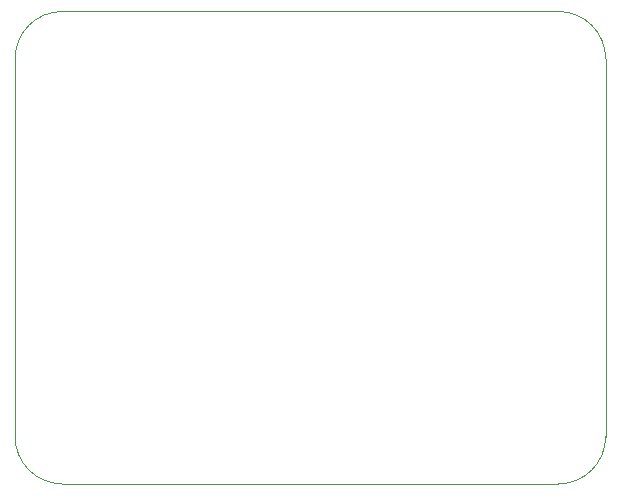
<source format=gbr>
%TF.GenerationSoftware,KiCad,Pcbnew,9.0.3*%
%TF.CreationDate,2026-01-13T18:55:34-07:00*%
%TF.ProjectId,pocket-heat-lab,706f636b-6574-42d6-9865-61742d6c6162,rev?*%
%TF.SameCoordinates,Original*%
%TF.FileFunction,Profile,NP*%
%FSLAX46Y46*%
G04 Gerber Fmt 4.6, Leading zero omitted, Abs format (unit mm)*
G04 Created by KiCad (PCBNEW 9.0.3) date 2026-01-13 18:55:34*
%MOMM*%
%LPD*%
G01*
G04 APERTURE LIST*
%TA.AperFunction,Profile*%
%ADD10C,0.050000*%
%TD*%
G04 APERTURE END LIST*
D10*
X100000000Y-64000000D02*
G75*
G02*
X104000000Y-60000000I4000000J0D01*
G01*
X150000000Y-64000000D02*
X150000000Y-96000000D01*
X100000000Y-64000000D02*
X100000000Y-96000000D01*
X104000000Y-100000000D02*
X146000000Y-100000000D01*
X104000000Y-60000000D02*
X146000000Y-60000000D01*
X146000000Y-60000000D02*
G75*
G02*
X150000000Y-64000000I0J-4000000D01*
G01*
X104000000Y-100000000D02*
G75*
G02*
X100000000Y-96000000I0J4000000D01*
G01*
X150000000Y-96000000D02*
G75*
G02*
X146000000Y-100000000I-4000000J0D01*
G01*
M02*

</source>
